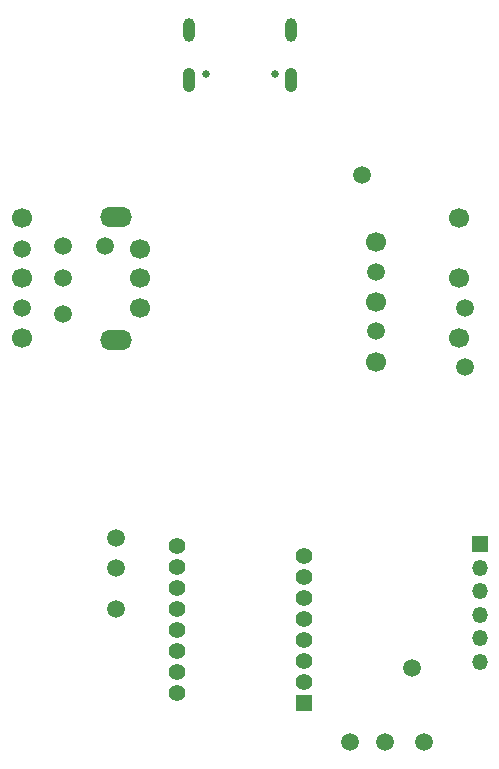
<source format=gbs>
G04 #@! TF.GenerationSoftware,KiCad,Pcbnew,6.0.7+dfsg-1~bpo11+1*
G04 #@! TF.CreationDate,2022-10-07T12:23:40+00:00*
G04 #@! TF.ProjectId,redshift,72656473-6869-4667-942e-6b696361645f,0.2*
G04 #@! TF.SameCoordinates,Original*
G04 #@! TF.FileFunction,Soldermask,Bot*
G04 #@! TF.FilePolarity,Negative*
%FSLAX46Y46*%
G04 Gerber Fmt 4.6, Leading zero omitted, Abs format (unit mm)*
G04 Created by KiCad (PCBNEW 6.0.7+dfsg-1~bpo11+1) date 2022-10-07 12:23:40*
%MOMM*%
%LPD*%
G01*
G04 APERTURE LIST*
%ADD10C,1.700000*%
%ADD11O,2.700000X1.700000*%
%ADD12C,0.650000*%
%ADD13O,1.050000X2.100000*%
%ADD14O,1.000000X2.000000*%
%ADD15R,1.350000X1.350000*%
%ADD16O,1.350000X1.350000*%
%ADD17R,1.400000X1.400000*%
%ADD18C,1.400000*%
%ADD19C,1.500000*%
G04 APERTURE END LIST*
D10*
X129000000Y-80500000D03*
X129000000Y-78000000D03*
X129000000Y-75500000D03*
D11*
X127000000Y-72800000D03*
X127000000Y-83200000D03*
D12*
X134610000Y-60680000D03*
X140390000Y-60680000D03*
D13*
X141820000Y-61180000D03*
D14*
X141820000Y-57000000D03*
X133180000Y-57000000D03*
D13*
X133180000Y-61180000D03*
D10*
X149000000Y-74920000D03*
X149000000Y-80000000D03*
X149000000Y-85080000D03*
D15*
X157750000Y-100500000D03*
D16*
X157750000Y-102500000D03*
X157750000Y-104500000D03*
X157750000Y-106500000D03*
X157750000Y-108500000D03*
X157750000Y-110500000D03*
D17*
X142850000Y-113985000D03*
D18*
X142850000Y-112205000D03*
X142850000Y-110425000D03*
X142850000Y-108645000D03*
X142850000Y-106865000D03*
X142850000Y-105085000D03*
X142850000Y-103305000D03*
X142850000Y-101525000D03*
X132150000Y-100635000D03*
X132150000Y-102415000D03*
X132150000Y-104195000D03*
X132150000Y-105975000D03*
X132150000Y-107755000D03*
X132150000Y-109535000D03*
X132150000Y-111315000D03*
X132150000Y-113095000D03*
D10*
X156000000Y-72920000D03*
X156000000Y-78000000D03*
X156000000Y-83080000D03*
X119000000Y-72920000D03*
X119000000Y-78000000D03*
X119000000Y-83080000D03*
D19*
X127000000Y-106000000D03*
X156500000Y-80500000D03*
X126000000Y-75250000D03*
X156500000Y-85500000D03*
X122500000Y-81000000D03*
X127000000Y-100000000D03*
X149000000Y-77500000D03*
X149000000Y-82500000D03*
X119000000Y-75500000D03*
X122500000Y-75250000D03*
X153000000Y-117250000D03*
X152000000Y-111000000D03*
X147750000Y-69250000D03*
X146750000Y-117250000D03*
X119000000Y-80500000D03*
X149750000Y-117250000D03*
X127000000Y-102500000D03*
X122500000Y-78000000D03*
M02*

</source>
